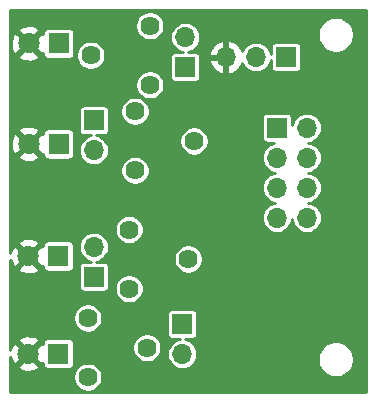
<source format=gbr>
G04 #@! TF.GenerationSoftware,KiCad,Pcbnew,(5.1.4)-1*
G04 #@! TF.CreationDate,2020-02-16T08:15:49-07:00*
G04 #@! TF.ProjectId,LightGate,4c696768-7447-4617-9465-2e6b69636164,rev?*
G04 #@! TF.SameCoordinates,PX52f83c0PY1b5ed60*
G04 #@! TF.FileFunction,Copper,L2,Bot*
G04 #@! TF.FilePolarity,Positive*
%FSLAX46Y46*%
G04 Gerber Fmt 4.6, Leading zero omitted, Abs format (unit mm)*
G04 Created by KiCad (PCBNEW (5.1.4)-1) date 2020-02-16 08:15:49*
%MOMM*%
%LPD*%
G04 APERTURE LIST*
%ADD10C,1.620000*%
%ADD11O,1.700000X1.700000*%
%ADD12R,1.700000X1.700000*%
%ADD13C,1.800000*%
%ADD14R,1.800000X1.800000*%
%ADD15C,0.800000*%
%ADD16C,0.254000*%
G04 APERTURE END LIST*
D10*
X7000000Y6700000D03*
X12000000Y4200000D03*
X7000000Y1700000D03*
D11*
X15000000Y3660000D03*
D12*
X15000000Y6200000D03*
D11*
X7500000Y12740000D03*
D12*
X7500000Y10200000D03*
D11*
X15250000Y30490000D03*
D12*
X15250000Y27950000D03*
D11*
X7500000Y20910000D03*
D12*
X7500000Y23450000D03*
D11*
X25540000Y15200000D03*
X23000000Y15200000D03*
X25540000Y17740000D03*
X23000000Y17740000D03*
X25540000Y20280000D03*
X23000000Y20280000D03*
X25540000Y22820000D03*
D12*
X23000000Y22820000D03*
D10*
X12250000Y26450000D03*
X7250000Y28950000D03*
X12250000Y31450000D03*
X10500000Y14200000D03*
X15500000Y11700000D03*
X10500000Y9200000D03*
X11000000Y24200000D03*
X16000000Y21700000D03*
X11000000Y19200000D03*
D13*
X1960000Y3700000D03*
D14*
X4500000Y3700000D03*
D13*
X2000000Y29950000D03*
D14*
X4540000Y29950000D03*
D13*
X1960000Y11950000D03*
D14*
X4500000Y11950000D03*
D13*
X2000000Y21450000D03*
D14*
X4540000Y21450000D03*
D11*
X18700000Y28800000D03*
X21240000Y28800000D03*
D12*
X23780000Y28800000D03*
D15*
X2750000Y14450000D03*
X2750000Y17950000D03*
X7250000Y4450000D03*
X28500000Y12200000D03*
X28000000Y27450000D03*
D16*
G36*
X30548001Y452000D02*
G01*
X452000Y452000D01*
X452000Y1821834D01*
X5763000Y1821834D01*
X5763000Y1578166D01*
X5810538Y1339181D01*
X5903785Y1114061D01*
X6039160Y911459D01*
X6211459Y739160D01*
X6414061Y603785D01*
X6639181Y510538D01*
X6878166Y463000D01*
X7121834Y463000D01*
X7360819Y510538D01*
X7585939Y603785D01*
X7788541Y739160D01*
X7960840Y911459D01*
X8096215Y1114061D01*
X8189462Y1339181D01*
X8237000Y1578166D01*
X8237000Y1821834D01*
X8189462Y2060819D01*
X8096215Y2285939D01*
X7960840Y2488541D01*
X7788541Y2660840D01*
X7585939Y2796215D01*
X7360819Y2889462D01*
X7121834Y2937000D01*
X6878166Y2937000D01*
X6639181Y2889462D01*
X6414061Y2796215D01*
X6211459Y2660840D01*
X6039160Y2488541D01*
X5903785Y2285939D01*
X5810538Y2060819D01*
X5763000Y1821834D01*
X452000Y1821834D01*
X452000Y2635920D01*
X1075525Y2635920D01*
X1159208Y2381739D01*
X1431775Y2250842D01*
X1724642Y2175635D01*
X2026553Y2159009D01*
X2325907Y2201603D01*
X2611199Y2301778D01*
X2760792Y2381739D01*
X2844475Y2635920D01*
X1960000Y3520395D01*
X1075525Y2635920D01*
X452000Y2635920D01*
X452000Y3401584D01*
X461603Y3334093D01*
X561778Y3048801D01*
X641739Y2899208D01*
X895920Y2815525D01*
X1780395Y3700000D01*
X2139605Y3700000D01*
X3024080Y2815525D01*
X3170934Y2863873D01*
X3170934Y2800000D01*
X3179178Y2716293D01*
X3203595Y2635804D01*
X3243245Y2561624D01*
X3296605Y2496605D01*
X3361624Y2443245D01*
X3435804Y2403595D01*
X3516293Y2379178D01*
X3600000Y2370934D01*
X5400000Y2370934D01*
X5483707Y2379178D01*
X5564196Y2403595D01*
X5638376Y2443245D01*
X5703395Y2496605D01*
X5756755Y2561624D01*
X5796405Y2635804D01*
X5820822Y2716293D01*
X5829066Y2800000D01*
X5829066Y4321834D01*
X10763000Y4321834D01*
X10763000Y4078166D01*
X10810538Y3839181D01*
X10903785Y3614061D01*
X11039160Y3411459D01*
X11211459Y3239160D01*
X11414061Y3103785D01*
X11639181Y3010538D01*
X11878166Y2963000D01*
X12121834Y2963000D01*
X12360819Y3010538D01*
X12585939Y3103785D01*
X12788541Y3239160D01*
X12960840Y3411459D01*
X13096215Y3614061D01*
X13115243Y3660000D01*
X13716822Y3660000D01*
X13741478Y3409664D01*
X13814498Y3168949D01*
X13933076Y2947104D01*
X14092656Y2752656D01*
X14287104Y2593076D01*
X14508949Y2474498D01*
X14749664Y2401478D01*
X14937274Y2383000D01*
X15062726Y2383000D01*
X15250336Y2401478D01*
X15491051Y2474498D01*
X15712896Y2593076D01*
X15907344Y2752656D01*
X16066924Y2947104D01*
X16185502Y3168949D01*
X16240543Y3350396D01*
X26473000Y3350396D01*
X26473000Y3049604D01*
X26531681Y2754590D01*
X26646790Y2476694D01*
X26813901Y2226594D01*
X27026594Y2013901D01*
X27276694Y1846790D01*
X27554590Y1731681D01*
X27849604Y1673000D01*
X28150396Y1673000D01*
X28445410Y1731681D01*
X28723306Y1846790D01*
X28973406Y2013901D01*
X29186099Y2226594D01*
X29353210Y2476694D01*
X29468319Y2754590D01*
X29527000Y3049604D01*
X29527000Y3350396D01*
X29468319Y3645410D01*
X29353210Y3923306D01*
X29186099Y4173406D01*
X28973406Y4386099D01*
X28723306Y4553210D01*
X28445410Y4668319D01*
X28150396Y4727000D01*
X27849604Y4727000D01*
X27554590Y4668319D01*
X27276694Y4553210D01*
X27026594Y4386099D01*
X26813901Y4173406D01*
X26646790Y3923306D01*
X26531681Y3645410D01*
X26473000Y3350396D01*
X16240543Y3350396D01*
X16258522Y3409664D01*
X16283178Y3660000D01*
X16258522Y3910336D01*
X16185502Y4151051D01*
X16066924Y4372896D01*
X15907344Y4567344D01*
X15712896Y4726924D01*
X15491051Y4845502D01*
X15250336Y4918522D01*
X15225847Y4920934D01*
X15850000Y4920934D01*
X15933707Y4929178D01*
X16014196Y4953595D01*
X16088376Y4993245D01*
X16153395Y5046605D01*
X16206755Y5111624D01*
X16246405Y5185804D01*
X16270822Y5266293D01*
X16279066Y5350000D01*
X16279066Y7050000D01*
X16270822Y7133707D01*
X16246405Y7214196D01*
X16206755Y7288376D01*
X16153395Y7353395D01*
X16088376Y7406755D01*
X16014196Y7446405D01*
X15933707Y7470822D01*
X15850000Y7479066D01*
X14150000Y7479066D01*
X14066293Y7470822D01*
X13985804Y7446405D01*
X13911624Y7406755D01*
X13846605Y7353395D01*
X13793245Y7288376D01*
X13753595Y7214196D01*
X13729178Y7133707D01*
X13720934Y7050000D01*
X13720934Y5350000D01*
X13729178Y5266293D01*
X13753595Y5185804D01*
X13793245Y5111624D01*
X13846605Y5046605D01*
X13911624Y4993245D01*
X13985804Y4953595D01*
X14066293Y4929178D01*
X14150000Y4920934D01*
X14774153Y4920934D01*
X14749664Y4918522D01*
X14508949Y4845502D01*
X14287104Y4726924D01*
X14092656Y4567344D01*
X13933076Y4372896D01*
X13814498Y4151051D01*
X13741478Y3910336D01*
X13716822Y3660000D01*
X13115243Y3660000D01*
X13189462Y3839181D01*
X13237000Y4078166D01*
X13237000Y4321834D01*
X13189462Y4560819D01*
X13096215Y4785939D01*
X12960840Y4988541D01*
X12788541Y5160840D01*
X12585939Y5296215D01*
X12360819Y5389462D01*
X12121834Y5437000D01*
X11878166Y5437000D01*
X11639181Y5389462D01*
X11414061Y5296215D01*
X11211459Y5160840D01*
X11039160Y4988541D01*
X10903785Y4785939D01*
X10810538Y4560819D01*
X10763000Y4321834D01*
X5829066Y4321834D01*
X5829066Y4600000D01*
X5820822Y4683707D01*
X5796405Y4764196D01*
X5756755Y4838376D01*
X5703395Y4903395D01*
X5638376Y4956755D01*
X5564196Y4996405D01*
X5483707Y5020822D01*
X5400000Y5029066D01*
X3600000Y5029066D01*
X3516293Y5020822D01*
X3435804Y4996405D01*
X3361624Y4956755D01*
X3296605Y4903395D01*
X3243245Y4838376D01*
X3203595Y4764196D01*
X3179178Y4683707D01*
X3170934Y4600000D01*
X3170934Y4536127D01*
X3024080Y4584475D01*
X2139605Y3700000D01*
X1780395Y3700000D01*
X895920Y4584475D01*
X641739Y4500792D01*
X510842Y4228225D01*
X452000Y3999086D01*
X452000Y4764080D01*
X1075525Y4764080D01*
X1960000Y3879605D01*
X2844475Y4764080D01*
X2760792Y5018261D01*
X2488225Y5149158D01*
X2195358Y5224365D01*
X1893447Y5240991D01*
X1594093Y5198397D01*
X1308801Y5098222D01*
X1159208Y5018261D01*
X1075525Y4764080D01*
X452000Y4764080D01*
X452000Y6821834D01*
X5763000Y6821834D01*
X5763000Y6578166D01*
X5810538Y6339181D01*
X5903785Y6114061D01*
X6039160Y5911459D01*
X6211459Y5739160D01*
X6414061Y5603785D01*
X6639181Y5510538D01*
X6878166Y5463000D01*
X7121834Y5463000D01*
X7360819Y5510538D01*
X7585939Y5603785D01*
X7788541Y5739160D01*
X7960840Y5911459D01*
X8096215Y6114061D01*
X8189462Y6339181D01*
X8237000Y6578166D01*
X8237000Y6821834D01*
X8189462Y7060819D01*
X8096215Y7285939D01*
X7960840Y7488541D01*
X7788541Y7660840D01*
X7585939Y7796215D01*
X7360819Y7889462D01*
X7121834Y7937000D01*
X6878166Y7937000D01*
X6639181Y7889462D01*
X6414061Y7796215D01*
X6211459Y7660840D01*
X6039160Y7488541D01*
X5903785Y7285939D01*
X5810538Y7060819D01*
X5763000Y6821834D01*
X452000Y6821834D01*
X452000Y10885920D01*
X1075525Y10885920D01*
X1159208Y10631739D01*
X1431775Y10500842D01*
X1724642Y10425635D01*
X2026553Y10409009D01*
X2325907Y10451603D01*
X2611199Y10551778D01*
X2760792Y10631739D01*
X2844475Y10885920D01*
X1960000Y11770395D01*
X1075525Y10885920D01*
X452000Y10885920D01*
X452000Y11651584D01*
X461603Y11584093D01*
X561778Y11298801D01*
X641739Y11149208D01*
X895920Y11065525D01*
X1780395Y11950000D01*
X2139605Y11950000D01*
X3024080Y11065525D01*
X3170934Y11113873D01*
X3170934Y11050000D01*
X3179178Y10966293D01*
X3203595Y10885804D01*
X3243245Y10811624D01*
X3296605Y10746605D01*
X3361624Y10693245D01*
X3435804Y10653595D01*
X3516293Y10629178D01*
X3600000Y10620934D01*
X5400000Y10620934D01*
X5483707Y10629178D01*
X5564196Y10653595D01*
X5638376Y10693245D01*
X5703395Y10746605D01*
X5756755Y10811624D01*
X5796405Y10885804D01*
X5820822Y10966293D01*
X5829066Y11050000D01*
X5829066Y12740000D01*
X6216822Y12740000D01*
X6241478Y12489664D01*
X6314498Y12248949D01*
X6433076Y12027104D01*
X6592656Y11832656D01*
X6787104Y11673076D01*
X7008949Y11554498D01*
X7249664Y11481478D01*
X7274153Y11479066D01*
X6650000Y11479066D01*
X6566293Y11470822D01*
X6485804Y11446405D01*
X6411624Y11406755D01*
X6346605Y11353395D01*
X6293245Y11288376D01*
X6253595Y11214196D01*
X6229178Y11133707D01*
X6220934Y11050000D01*
X6220934Y9350000D01*
X6229178Y9266293D01*
X6253595Y9185804D01*
X6293245Y9111624D01*
X6346605Y9046605D01*
X6411624Y8993245D01*
X6485804Y8953595D01*
X6566293Y8929178D01*
X6650000Y8920934D01*
X8350000Y8920934D01*
X8433707Y8929178D01*
X8514196Y8953595D01*
X8588376Y8993245D01*
X8653395Y9046605D01*
X8706755Y9111624D01*
X8746405Y9185804D01*
X8770822Y9266293D01*
X8776292Y9321834D01*
X9263000Y9321834D01*
X9263000Y9078166D01*
X9310538Y8839181D01*
X9403785Y8614061D01*
X9539160Y8411459D01*
X9711459Y8239160D01*
X9914061Y8103785D01*
X10139181Y8010538D01*
X10378166Y7963000D01*
X10621834Y7963000D01*
X10860819Y8010538D01*
X11085939Y8103785D01*
X11288541Y8239160D01*
X11460840Y8411459D01*
X11596215Y8614061D01*
X11689462Y8839181D01*
X11737000Y9078166D01*
X11737000Y9321834D01*
X11689462Y9560819D01*
X11596215Y9785939D01*
X11460840Y9988541D01*
X11288541Y10160840D01*
X11085939Y10296215D01*
X10860819Y10389462D01*
X10621834Y10437000D01*
X10378166Y10437000D01*
X10139181Y10389462D01*
X9914061Y10296215D01*
X9711459Y10160840D01*
X9539160Y9988541D01*
X9403785Y9785939D01*
X9310538Y9560819D01*
X9263000Y9321834D01*
X8776292Y9321834D01*
X8779066Y9350000D01*
X8779066Y11050000D01*
X8770822Y11133707D01*
X8746405Y11214196D01*
X8706755Y11288376D01*
X8653395Y11353395D01*
X8588376Y11406755D01*
X8514196Y11446405D01*
X8433707Y11470822D01*
X8350000Y11479066D01*
X7725847Y11479066D01*
X7750336Y11481478D01*
X7991051Y11554498D01*
X8212896Y11673076D01*
X8394157Y11821834D01*
X14263000Y11821834D01*
X14263000Y11578166D01*
X14310538Y11339181D01*
X14403785Y11114061D01*
X14539160Y10911459D01*
X14711459Y10739160D01*
X14914061Y10603785D01*
X15139181Y10510538D01*
X15378166Y10463000D01*
X15621834Y10463000D01*
X15860819Y10510538D01*
X16085939Y10603785D01*
X16288541Y10739160D01*
X16460840Y10911459D01*
X16596215Y11114061D01*
X16689462Y11339181D01*
X16737000Y11578166D01*
X16737000Y11821834D01*
X16689462Y12060819D01*
X16596215Y12285939D01*
X16460840Y12488541D01*
X16288541Y12660840D01*
X16085939Y12796215D01*
X15860819Y12889462D01*
X15621834Y12937000D01*
X15378166Y12937000D01*
X15139181Y12889462D01*
X14914061Y12796215D01*
X14711459Y12660840D01*
X14539160Y12488541D01*
X14403785Y12285939D01*
X14310538Y12060819D01*
X14263000Y11821834D01*
X8394157Y11821834D01*
X8407344Y11832656D01*
X8566924Y12027104D01*
X8685502Y12248949D01*
X8758522Y12489664D01*
X8783178Y12740000D01*
X8758522Y12990336D01*
X8685502Y13231051D01*
X8566924Y13452896D01*
X8407344Y13647344D01*
X8212896Y13806924D01*
X7991051Y13925502D01*
X7750336Y13998522D01*
X7562726Y14017000D01*
X7437274Y14017000D01*
X7249664Y13998522D01*
X7008949Y13925502D01*
X6787104Y13806924D01*
X6592656Y13647344D01*
X6433076Y13452896D01*
X6314498Y13231051D01*
X6241478Y12990336D01*
X6216822Y12740000D01*
X5829066Y12740000D01*
X5829066Y12850000D01*
X5820822Y12933707D01*
X5796405Y13014196D01*
X5756755Y13088376D01*
X5703395Y13153395D01*
X5638376Y13206755D01*
X5564196Y13246405D01*
X5483707Y13270822D01*
X5400000Y13279066D01*
X3600000Y13279066D01*
X3516293Y13270822D01*
X3435804Y13246405D01*
X3361624Y13206755D01*
X3296605Y13153395D01*
X3243245Y13088376D01*
X3203595Y13014196D01*
X3179178Y12933707D01*
X3170934Y12850000D01*
X3170934Y12786127D01*
X3024080Y12834475D01*
X2139605Y11950000D01*
X1780395Y11950000D01*
X895920Y12834475D01*
X641739Y12750792D01*
X510842Y12478225D01*
X452000Y12249086D01*
X452000Y13014080D01*
X1075525Y13014080D01*
X1960000Y12129605D01*
X2844475Y13014080D01*
X2760792Y13268261D01*
X2488225Y13399158D01*
X2195358Y13474365D01*
X1893447Y13490991D01*
X1594093Y13448397D01*
X1308801Y13348222D01*
X1159208Y13268261D01*
X1075525Y13014080D01*
X452000Y13014080D01*
X452000Y14321834D01*
X9263000Y14321834D01*
X9263000Y14078166D01*
X9310538Y13839181D01*
X9403785Y13614061D01*
X9539160Y13411459D01*
X9711459Y13239160D01*
X9914061Y13103785D01*
X10139181Y13010538D01*
X10378166Y12963000D01*
X10621834Y12963000D01*
X10860819Y13010538D01*
X11085939Y13103785D01*
X11288541Y13239160D01*
X11460840Y13411459D01*
X11596215Y13614061D01*
X11689462Y13839181D01*
X11737000Y14078166D01*
X11737000Y14321834D01*
X11689462Y14560819D01*
X11596215Y14785939D01*
X11460840Y14988541D01*
X11288541Y15160840D01*
X11085939Y15296215D01*
X10860819Y15389462D01*
X10621834Y15437000D01*
X10378166Y15437000D01*
X10139181Y15389462D01*
X9914061Y15296215D01*
X9711459Y15160840D01*
X9539160Y14988541D01*
X9403785Y14785939D01*
X9310538Y14560819D01*
X9263000Y14321834D01*
X452000Y14321834D01*
X452000Y19321834D01*
X9763000Y19321834D01*
X9763000Y19078166D01*
X9810538Y18839181D01*
X9903785Y18614061D01*
X10039160Y18411459D01*
X10211459Y18239160D01*
X10414061Y18103785D01*
X10639181Y18010538D01*
X10878166Y17963000D01*
X11121834Y17963000D01*
X11360819Y18010538D01*
X11585939Y18103785D01*
X11788541Y18239160D01*
X11960840Y18411459D01*
X12096215Y18614061D01*
X12189462Y18839181D01*
X12237000Y19078166D01*
X12237000Y19321834D01*
X12189462Y19560819D01*
X12096215Y19785939D01*
X11960840Y19988541D01*
X11788541Y20160840D01*
X11610207Y20280000D01*
X21716822Y20280000D01*
X21741478Y20029664D01*
X21814498Y19788949D01*
X21933076Y19567104D01*
X22092656Y19372656D01*
X22287104Y19213076D01*
X22508949Y19094498D01*
X22749664Y19021478D01*
X22866202Y19010000D01*
X22749664Y18998522D01*
X22508949Y18925502D01*
X22287104Y18806924D01*
X22092656Y18647344D01*
X21933076Y18452896D01*
X21814498Y18231051D01*
X21741478Y17990336D01*
X21716822Y17740000D01*
X21741478Y17489664D01*
X21814498Y17248949D01*
X21933076Y17027104D01*
X22092656Y16832656D01*
X22287104Y16673076D01*
X22508949Y16554498D01*
X22749664Y16481478D01*
X22866202Y16470000D01*
X22749664Y16458522D01*
X22508949Y16385502D01*
X22287104Y16266924D01*
X22092656Y16107344D01*
X21933076Y15912896D01*
X21814498Y15691051D01*
X21741478Y15450336D01*
X21716822Y15200000D01*
X21741478Y14949664D01*
X21814498Y14708949D01*
X21933076Y14487104D01*
X22092656Y14292656D01*
X22287104Y14133076D01*
X22508949Y14014498D01*
X22749664Y13941478D01*
X22937274Y13923000D01*
X23062726Y13923000D01*
X23250336Y13941478D01*
X23491051Y14014498D01*
X23712896Y14133076D01*
X23907344Y14292656D01*
X24066924Y14487104D01*
X24185502Y14708949D01*
X24258522Y14949664D01*
X24270000Y15066202D01*
X24281478Y14949664D01*
X24354498Y14708949D01*
X24473076Y14487104D01*
X24632656Y14292656D01*
X24827104Y14133076D01*
X25048949Y14014498D01*
X25289664Y13941478D01*
X25477274Y13923000D01*
X25602726Y13923000D01*
X25790336Y13941478D01*
X26031051Y14014498D01*
X26252896Y14133076D01*
X26447344Y14292656D01*
X26606924Y14487104D01*
X26725502Y14708949D01*
X26798522Y14949664D01*
X26823178Y15200000D01*
X26798522Y15450336D01*
X26725502Y15691051D01*
X26606924Y15912896D01*
X26447344Y16107344D01*
X26252896Y16266924D01*
X26031051Y16385502D01*
X25790336Y16458522D01*
X25673798Y16470000D01*
X25790336Y16481478D01*
X26031051Y16554498D01*
X26252896Y16673076D01*
X26447344Y16832656D01*
X26606924Y17027104D01*
X26725502Y17248949D01*
X26798522Y17489664D01*
X26823178Y17740000D01*
X26798522Y17990336D01*
X26725502Y18231051D01*
X26606924Y18452896D01*
X26447344Y18647344D01*
X26252896Y18806924D01*
X26031051Y18925502D01*
X25790336Y18998522D01*
X25673798Y19010000D01*
X25790336Y19021478D01*
X26031051Y19094498D01*
X26252896Y19213076D01*
X26447344Y19372656D01*
X26606924Y19567104D01*
X26725502Y19788949D01*
X26798522Y20029664D01*
X26823178Y20280000D01*
X26798522Y20530336D01*
X26725502Y20771051D01*
X26606924Y20992896D01*
X26447344Y21187344D01*
X26252896Y21346924D01*
X26031051Y21465502D01*
X25790336Y21538522D01*
X25673798Y21550000D01*
X25790336Y21561478D01*
X26031051Y21634498D01*
X26252896Y21753076D01*
X26447344Y21912656D01*
X26606924Y22107104D01*
X26725502Y22328949D01*
X26798522Y22569664D01*
X26823178Y22820000D01*
X26798522Y23070336D01*
X26725502Y23311051D01*
X26606924Y23532896D01*
X26447344Y23727344D01*
X26252896Y23886924D01*
X26031051Y24005502D01*
X25790336Y24078522D01*
X25602726Y24097000D01*
X25477274Y24097000D01*
X25289664Y24078522D01*
X25048949Y24005502D01*
X24827104Y23886924D01*
X24632656Y23727344D01*
X24473076Y23532896D01*
X24354498Y23311051D01*
X24281478Y23070336D01*
X24279066Y23045847D01*
X24279066Y23670000D01*
X24270822Y23753707D01*
X24246405Y23834196D01*
X24206755Y23908376D01*
X24153395Y23973395D01*
X24088376Y24026755D01*
X24014196Y24066405D01*
X23933707Y24090822D01*
X23850000Y24099066D01*
X22150000Y24099066D01*
X22066293Y24090822D01*
X21985804Y24066405D01*
X21911624Y24026755D01*
X21846605Y23973395D01*
X21793245Y23908376D01*
X21753595Y23834196D01*
X21729178Y23753707D01*
X21720934Y23670000D01*
X21720934Y21970000D01*
X21729178Y21886293D01*
X21753595Y21805804D01*
X21793245Y21731624D01*
X21846605Y21666605D01*
X21911624Y21613245D01*
X21985804Y21573595D01*
X22066293Y21549178D01*
X22150000Y21540934D01*
X22774153Y21540934D01*
X22749664Y21538522D01*
X22508949Y21465502D01*
X22287104Y21346924D01*
X22092656Y21187344D01*
X21933076Y20992896D01*
X21814498Y20771051D01*
X21741478Y20530336D01*
X21716822Y20280000D01*
X11610207Y20280000D01*
X11585939Y20296215D01*
X11360819Y20389462D01*
X11121834Y20437000D01*
X10878166Y20437000D01*
X10639181Y20389462D01*
X10414061Y20296215D01*
X10211459Y20160840D01*
X10039160Y19988541D01*
X9903785Y19785939D01*
X9810538Y19560819D01*
X9763000Y19321834D01*
X452000Y19321834D01*
X452000Y20385920D01*
X1115525Y20385920D01*
X1199208Y20131739D01*
X1471775Y20000842D01*
X1764642Y19925635D01*
X2066553Y19909009D01*
X2365907Y19951603D01*
X2651199Y20051778D01*
X2800792Y20131739D01*
X2884475Y20385920D01*
X2000000Y21270395D01*
X1115525Y20385920D01*
X452000Y20385920D01*
X452000Y21383447D01*
X459009Y21383447D01*
X501603Y21084093D01*
X601778Y20798801D01*
X681739Y20649208D01*
X935920Y20565525D01*
X1820395Y21450000D01*
X2179605Y21450000D01*
X3064080Y20565525D01*
X3210934Y20613873D01*
X3210934Y20550000D01*
X3219178Y20466293D01*
X3243595Y20385804D01*
X3283245Y20311624D01*
X3336605Y20246605D01*
X3401624Y20193245D01*
X3475804Y20153595D01*
X3556293Y20129178D01*
X3640000Y20120934D01*
X5440000Y20120934D01*
X5523707Y20129178D01*
X5604196Y20153595D01*
X5678376Y20193245D01*
X5743395Y20246605D01*
X5796755Y20311624D01*
X5836405Y20385804D01*
X5860822Y20466293D01*
X5869066Y20550000D01*
X5869066Y20910000D01*
X6216822Y20910000D01*
X6241478Y20659664D01*
X6314498Y20418949D01*
X6433076Y20197104D01*
X6592656Y20002656D01*
X6787104Y19843076D01*
X7008949Y19724498D01*
X7249664Y19651478D01*
X7437274Y19633000D01*
X7562726Y19633000D01*
X7750336Y19651478D01*
X7991051Y19724498D01*
X8212896Y19843076D01*
X8407344Y20002656D01*
X8566924Y20197104D01*
X8685502Y20418949D01*
X8758522Y20659664D01*
X8783178Y20910000D01*
X8758522Y21160336D01*
X8685502Y21401051D01*
X8566924Y21622896D01*
X8407344Y21817344D01*
X8401873Y21821834D01*
X14763000Y21821834D01*
X14763000Y21578166D01*
X14810538Y21339181D01*
X14903785Y21114061D01*
X15039160Y20911459D01*
X15211459Y20739160D01*
X15414061Y20603785D01*
X15639181Y20510538D01*
X15878166Y20463000D01*
X16121834Y20463000D01*
X16360819Y20510538D01*
X16585939Y20603785D01*
X16788541Y20739160D01*
X16960840Y20911459D01*
X17096215Y21114061D01*
X17189462Y21339181D01*
X17237000Y21578166D01*
X17237000Y21821834D01*
X17189462Y22060819D01*
X17096215Y22285939D01*
X16960840Y22488541D01*
X16788541Y22660840D01*
X16585939Y22796215D01*
X16360819Y22889462D01*
X16121834Y22937000D01*
X15878166Y22937000D01*
X15639181Y22889462D01*
X15414061Y22796215D01*
X15211459Y22660840D01*
X15039160Y22488541D01*
X14903785Y22285939D01*
X14810538Y22060819D01*
X14763000Y21821834D01*
X8401873Y21821834D01*
X8212896Y21976924D01*
X7991051Y22095502D01*
X7750336Y22168522D01*
X7725847Y22170934D01*
X8350000Y22170934D01*
X8433707Y22179178D01*
X8514196Y22203595D01*
X8588376Y22243245D01*
X8653395Y22296605D01*
X8706755Y22361624D01*
X8746405Y22435804D01*
X8770822Y22516293D01*
X8779066Y22600000D01*
X8779066Y24300000D01*
X8776916Y24321834D01*
X9763000Y24321834D01*
X9763000Y24078166D01*
X9810538Y23839181D01*
X9903785Y23614061D01*
X10039160Y23411459D01*
X10211459Y23239160D01*
X10414061Y23103785D01*
X10639181Y23010538D01*
X10878166Y22963000D01*
X11121834Y22963000D01*
X11360819Y23010538D01*
X11585939Y23103785D01*
X11788541Y23239160D01*
X11960840Y23411459D01*
X12096215Y23614061D01*
X12189462Y23839181D01*
X12237000Y24078166D01*
X12237000Y24321834D01*
X12189462Y24560819D01*
X12096215Y24785939D01*
X11960840Y24988541D01*
X11788541Y25160840D01*
X11585939Y25296215D01*
X11360819Y25389462D01*
X11121834Y25437000D01*
X10878166Y25437000D01*
X10639181Y25389462D01*
X10414061Y25296215D01*
X10211459Y25160840D01*
X10039160Y24988541D01*
X9903785Y24785939D01*
X9810538Y24560819D01*
X9763000Y24321834D01*
X8776916Y24321834D01*
X8770822Y24383707D01*
X8746405Y24464196D01*
X8706755Y24538376D01*
X8653395Y24603395D01*
X8588376Y24656755D01*
X8514196Y24696405D01*
X8433707Y24720822D01*
X8350000Y24729066D01*
X6650000Y24729066D01*
X6566293Y24720822D01*
X6485804Y24696405D01*
X6411624Y24656755D01*
X6346605Y24603395D01*
X6293245Y24538376D01*
X6253595Y24464196D01*
X6229178Y24383707D01*
X6220934Y24300000D01*
X6220934Y22600000D01*
X6229178Y22516293D01*
X6253595Y22435804D01*
X6293245Y22361624D01*
X6346605Y22296605D01*
X6411624Y22243245D01*
X6485804Y22203595D01*
X6566293Y22179178D01*
X6650000Y22170934D01*
X7274153Y22170934D01*
X7249664Y22168522D01*
X7008949Y22095502D01*
X6787104Y21976924D01*
X6592656Y21817344D01*
X6433076Y21622896D01*
X6314498Y21401051D01*
X6241478Y21160336D01*
X6216822Y20910000D01*
X5869066Y20910000D01*
X5869066Y22350000D01*
X5860822Y22433707D01*
X5836405Y22514196D01*
X5796755Y22588376D01*
X5743395Y22653395D01*
X5678376Y22706755D01*
X5604196Y22746405D01*
X5523707Y22770822D01*
X5440000Y22779066D01*
X3640000Y22779066D01*
X3556293Y22770822D01*
X3475804Y22746405D01*
X3401624Y22706755D01*
X3336605Y22653395D01*
X3283245Y22588376D01*
X3243595Y22514196D01*
X3219178Y22433707D01*
X3210934Y22350000D01*
X3210934Y22286127D01*
X3064080Y22334475D01*
X2179605Y21450000D01*
X1820395Y21450000D01*
X935920Y22334475D01*
X681739Y22250792D01*
X550842Y21978225D01*
X475635Y21685358D01*
X459009Y21383447D01*
X452000Y21383447D01*
X452000Y22514080D01*
X1115525Y22514080D01*
X2000000Y21629605D01*
X2884475Y22514080D01*
X2800792Y22768261D01*
X2528225Y22899158D01*
X2235358Y22974365D01*
X1933447Y22990991D01*
X1634093Y22948397D01*
X1348801Y22848222D01*
X1199208Y22768261D01*
X1115525Y22514080D01*
X452000Y22514080D01*
X452000Y26571834D01*
X11013000Y26571834D01*
X11013000Y26328166D01*
X11060538Y26089181D01*
X11153785Y25864061D01*
X11289160Y25661459D01*
X11461459Y25489160D01*
X11664061Y25353785D01*
X11889181Y25260538D01*
X12128166Y25213000D01*
X12371834Y25213000D01*
X12610819Y25260538D01*
X12835939Y25353785D01*
X13038541Y25489160D01*
X13210840Y25661459D01*
X13346215Y25864061D01*
X13439462Y26089181D01*
X13487000Y26328166D01*
X13487000Y26571834D01*
X13439462Y26810819D01*
X13346215Y27035939D01*
X13210840Y27238541D01*
X13038541Y27410840D01*
X12835939Y27546215D01*
X12610819Y27639462D01*
X12371834Y27687000D01*
X12128166Y27687000D01*
X11889181Y27639462D01*
X11664061Y27546215D01*
X11461459Y27410840D01*
X11289160Y27238541D01*
X11153785Y27035939D01*
X11060538Y26810819D01*
X11013000Y26571834D01*
X452000Y26571834D01*
X452000Y28885920D01*
X1115525Y28885920D01*
X1199208Y28631739D01*
X1471775Y28500842D01*
X1764642Y28425635D01*
X2066553Y28409009D01*
X2365907Y28451603D01*
X2651199Y28551778D01*
X2800792Y28631739D01*
X2884475Y28885920D01*
X2000000Y29770395D01*
X1115525Y28885920D01*
X452000Y28885920D01*
X452000Y29883447D01*
X459009Y29883447D01*
X501603Y29584093D01*
X601778Y29298801D01*
X681739Y29149208D01*
X935920Y29065525D01*
X1820395Y29950000D01*
X2179605Y29950000D01*
X3064080Y29065525D01*
X3210934Y29113873D01*
X3210934Y29050000D01*
X3219178Y28966293D01*
X3243595Y28885804D01*
X3283245Y28811624D01*
X3336605Y28746605D01*
X3401624Y28693245D01*
X3475804Y28653595D01*
X3556293Y28629178D01*
X3640000Y28620934D01*
X5440000Y28620934D01*
X5523707Y28629178D01*
X5604196Y28653595D01*
X5678376Y28693245D01*
X5743395Y28746605D01*
X5796755Y28811624D01*
X5836405Y28885804D01*
X5860822Y28966293D01*
X5869066Y29050000D01*
X5869066Y29071834D01*
X6013000Y29071834D01*
X6013000Y28828166D01*
X6060538Y28589181D01*
X6153785Y28364061D01*
X6289160Y28161459D01*
X6461459Y27989160D01*
X6664061Y27853785D01*
X6889181Y27760538D01*
X7128166Y27713000D01*
X7371834Y27713000D01*
X7610819Y27760538D01*
X7835939Y27853785D01*
X8038541Y27989160D01*
X8210840Y28161459D01*
X8346215Y28364061D01*
X8439462Y28589181D01*
X8487000Y28828166D01*
X8487000Y29071834D01*
X8439462Y29310819D01*
X8346215Y29535939D01*
X8210840Y29738541D01*
X8038541Y29910840D01*
X7835939Y30046215D01*
X7610819Y30139462D01*
X7371834Y30187000D01*
X7128166Y30187000D01*
X6889181Y30139462D01*
X6664061Y30046215D01*
X6461459Y29910840D01*
X6289160Y29738541D01*
X6153785Y29535939D01*
X6060538Y29310819D01*
X6013000Y29071834D01*
X5869066Y29071834D01*
X5869066Y30850000D01*
X5860822Y30933707D01*
X5836405Y31014196D01*
X5796755Y31088376D01*
X5743395Y31153395D01*
X5678376Y31206755D01*
X5604196Y31246405D01*
X5523707Y31270822D01*
X5440000Y31279066D01*
X3640000Y31279066D01*
X3556293Y31270822D01*
X3475804Y31246405D01*
X3401624Y31206755D01*
X3336605Y31153395D01*
X3283245Y31088376D01*
X3243595Y31014196D01*
X3219178Y30933707D01*
X3210934Y30850000D01*
X3210934Y30786127D01*
X3064080Y30834475D01*
X2179605Y29950000D01*
X1820395Y29950000D01*
X935920Y30834475D01*
X681739Y30750792D01*
X550842Y30478225D01*
X475635Y30185358D01*
X459009Y29883447D01*
X452000Y29883447D01*
X452000Y31014080D01*
X1115525Y31014080D01*
X2000000Y30129605D01*
X2884475Y31014080D01*
X2800792Y31268261D01*
X2528225Y31399158D01*
X2235358Y31474365D01*
X1933447Y31490991D01*
X1634093Y31448397D01*
X1348801Y31348222D01*
X1199208Y31268261D01*
X1115525Y31014080D01*
X452000Y31014080D01*
X452000Y31571834D01*
X11013000Y31571834D01*
X11013000Y31328166D01*
X11060538Y31089181D01*
X11153785Y30864061D01*
X11289160Y30661459D01*
X11461459Y30489160D01*
X11664061Y30353785D01*
X11889181Y30260538D01*
X12128166Y30213000D01*
X12371834Y30213000D01*
X12610819Y30260538D01*
X12835939Y30353785D01*
X13038541Y30489160D01*
X13039381Y30490000D01*
X13966822Y30490000D01*
X13991478Y30239664D01*
X14064498Y29998949D01*
X14183076Y29777104D01*
X14342656Y29582656D01*
X14537104Y29423076D01*
X14758949Y29304498D01*
X14999664Y29231478D01*
X15024153Y29229066D01*
X14400000Y29229066D01*
X14316293Y29220822D01*
X14235804Y29196405D01*
X14161624Y29156755D01*
X14096605Y29103395D01*
X14043245Y29038376D01*
X14003595Y28964196D01*
X13979178Y28883707D01*
X13970934Y28800000D01*
X13970934Y27100000D01*
X13979178Y27016293D01*
X14003595Y26935804D01*
X14043245Y26861624D01*
X14096605Y26796605D01*
X14161624Y26743245D01*
X14235804Y26703595D01*
X14316293Y26679178D01*
X14400000Y26670934D01*
X16100000Y26670934D01*
X16183707Y26679178D01*
X16264196Y26703595D01*
X16338376Y26743245D01*
X16403395Y26796605D01*
X16456755Y26861624D01*
X16496405Y26935804D01*
X16520822Y27016293D01*
X16529066Y27100000D01*
X16529066Y28443109D01*
X17258519Y28443109D01*
X17355843Y28168748D01*
X17504822Y27918645D01*
X17699731Y27702412D01*
X17933080Y27528359D01*
X18195901Y27403175D01*
X18343110Y27358524D01*
X18573000Y27479845D01*
X18573000Y28673000D01*
X17379186Y28673000D01*
X17258519Y28443109D01*
X16529066Y28443109D01*
X16529066Y28800000D01*
X16520822Y28883707D01*
X16496405Y28964196D01*
X16456755Y29038376D01*
X16403395Y29103395D01*
X16338376Y29156755D01*
X16338122Y29156891D01*
X17258519Y29156891D01*
X17379186Y28927000D01*
X18573000Y28927000D01*
X18573000Y30120155D01*
X18827000Y30120155D01*
X18827000Y28927000D01*
X18847000Y28927000D01*
X18847000Y28673000D01*
X18827000Y28673000D01*
X18827000Y27479845D01*
X19056890Y27358524D01*
X19204099Y27403175D01*
X19466920Y27528359D01*
X19700269Y27702412D01*
X19895178Y27918645D01*
X20044157Y28168748D01*
X20078176Y28264650D01*
X20173076Y28087104D01*
X20332656Y27892656D01*
X20527104Y27733076D01*
X20748949Y27614498D01*
X20989664Y27541478D01*
X21177274Y27523000D01*
X21302726Y27523000D01*
X21490336Y27541478D01*
X21731051Y27614498D01*
X21952896Y27733076D01*
X22147344Y27892656D01*
X22306924Y28087104D01*
X22425502Y28308949D01*
X22498522Y28549664D01*
X22500934Y28574153D01*
X22500934Y27950000D01*
X22509178Y27866293D01*
X22533595Y27785804D01*
X22573245Y27711624D01*
X22626605Y27646605D01*
X22691624Y27593245D01*
X22765804Y27553595D01*
X22846293Y27529178D01*
X22930000Y27520934D01*
X24630000Y27520934D01*
X24713707Y27529178D01*
X24794196Y27553595D01*
X24868376Y27593245D01*
X24933395Y27646605D01*
X24986755Y27711624D01*
X25026405Y27785804D01*
X25050822Y27866293D01*
X25059066Y27950000D01*
X25059066Y29650000D01*
X25050822Y29733707D01*
X25026405Y29814196D01*
X24986755Y29888376D01*
X24933395Y29953395D01*
X24868376Y30006755D01*
X24794196Y30046405D01*
X24713707Y30070822D01*
X24630000Y30079066D01*
X22930000Y30079066D01*
X22846293Y30070822D01*
X22765804Y30046405D01*
X22691624Y30006755D01*
X22626605Y29953395D01*
X22573245Y29888376D01*
X22533595Y29814196D01*
X22509178Y29733707D01*
X22500934Y29650000D01*
X22500934Y29025847D01*
X22498522Y29050336D01*
X22425502Y29291051D01*
X22306924Y29512896D01*
X22147344Y29707344D01*
X21952896Y29866924D01*
X21731051Y29985502D01*
X21490336Y30058522D01*
X21302726Y30077000D01*
X21177274Y30077000D01*
X20989664Y30058522D01*
X20748949Y29985502D01*
X20527104Y29866924D01*
X20332656Y29707344D01*
X20173076Y29512896D01*
X20078176Y29335350D01*
X20044157Y29431252D01*
X19895178Y29681355D01*
X19700269Y29897588D01*
X19466920Y30071641D01*
X19204099Y30196825D01*
X19056890Y30241476D01*
X18827000Y30120155D01*
X18573000Y30120155D01*
X18343110Y30241476D01*
X18195901Y30196825D01*
X17933080Y30071641D01*
X17699731Y29897588D01*
X17504822Y29681355D01*
X17355843Y29431252D01*
X17258519Y29156891D01*
X16338122Y29156891D01*
X16264196Y29196405D01*
X16183707Y29220822D01*
X16100000Y29229066D01*
X15475847Y29229066D01*
X15500336Y29231478D01*
X15741051Y29304498D01*
X15962896Y29423076D01*
X16157344Y29582656D01*
X16316924Y29777104D01*
X16435502Y29998949D01*
X16508522Y30239664D01*
X16533178Y30490000D01*
X16508522Y30740336D01*
X16475136Y30850396D01*
X26473000Y30850396D01*
X26473000Y30549604D01*
X26531681Y30254590D01*
X26646790Y29976694D01*
X26813901Y29726594D01*
X27026594Y29513901D01*
X27276694Y29346790D01*
X27554590Y29231681D01*
X27849604Y29173000D01*
X28150396Y29173000D01*
X28445410Y29231681D01*
X28723306Y29346790D01*
X28973406Y29513901D01*
X29186099Y29726594D01*
X29353210Y29976694D01*
X29468319Y30254590D01*
X29527000Y30549604D01*
X29527000Y30850396D01*
X29468319Y31145410D01*
X29353210Y31423306D01*
X29186099Y31673406D01*
X28973406Y31886099D01*
X28723306Y32053210D01*
X28445410Y32168319D01*
X28150396Y32227000D01*
X27849604Y32227000D01*
X27554590Y32168319D01*
X27276694Y32053210D01*
X27026594Y31886099D01*
X26813901Y31673406D01*
X26646790Y31423306D01*
X26531681Y31145410D01*
X26473000Y30850396D01*
X16475136Y30850396D01*
X16435502Y30981051D01*
X16316924Y31202896D01*
X16157344Y31397344D01*
X15962896Y31556924D01*
X15741051Y31675502D01*
X15500336Y31748522D01*
X15312726Y31767000D01*
X15187274Y31767000D01*
X14999664Y31748522D01*
X14758949Y31675502D01*
X14537104Y31556924D01*
X14342656Y31397344D01*
X14183076Y31202896D01*
X14064498Y30981051D01*
X13991478Y30740336D01*
X13966822Y30490000D01*
X13039381Y30490000D01*
X13210840Y30661459D01*
X13346215Y30864061D01*
X13439462Y31089181D01*
X13487000Y31328166D01*
X13487000Y31571834D01*
X13439462Y31810819D01*
X13346215Y32035939D01*
X13210840Y32238541D01*
X13038541Y32410840D01*
X12835939Y32546215D01*
X12610819Y32639462D01*
X12371834Y32687000D01*
X12128166Y32687000D01*
X11889181Y32639462D01*
X11664061Y32546215D01*
X11461459Y32410840D01*
X11289160Y32238541D01*
X11153785Y32035939D01*
X11060538Y31810819D01*
X11013000Y31571834D01*
X452000Y31571834D01*
X452000Y32748000D01*
X30548000Y32748000D01*
X30548001Y452000D01*
X30548001Y452000D01*
G37*
X30548001Y452000D02*
X452000Y452000D01*
X452000Y1821834D01*
X5763000Y1821834D01*
X5763000Y1578166D01*
X5810538Y1339181D01*
X5903785Y1114061D01*
X6039160Y911459D01*
X6211459Y739160D01*
X6414061Y603785D01*
X6639181Y510538D01*
X6878166Y463000D01*
X7121834Y463000D01*
X7360819Y510538D01*
X7585939Y603785D01*
X7788541Y739160D01*
X7960840Y911459D01*
X8096215Y1114061D01*
X8189462Y1339181D01*
X8237000Y1578166D01*
X8237000Y1821834D01*
X8189462Y2060819D01*
X8096215Y2285939D01*
X7960840Y2488541D01*
X7788541Y2660840D01*
X7585939Y2796215D01*
X7360819Y2889462D01*
X7121834Y2937000D01*
X6878166Y2937000D01*
X6639181Y2889462D01*
X6414061Y2796215D01*
X6211459Y2660840D01*
X6039160Y2488541D01*
X5903785Y2285939D01*
X5810538Y2060819D01*
X5763000Y1821834D01*
X452000Y1821834D01*
X452000Y2635920D01*
X1075525Y2635920D01*
X1159208Y2381739D01*
X1431775Y2250842D01*
X1724642Y2175635D01*
X2026553Y2159009D01*
X2325907Y2201603D01*
X2611199Y2301778D01*
X2760792Y2381739D01*
X2844475Y2635920D01*
X1960000Y3520395D01*
X1075525Y2635920D01*
X452000Y2635920D01*
X452000Y3401584D01*
X461603Y3334093D01*
X561778Y3048801D01*
X641739Y2899208D01*
X895920Y2815525D01*
X1780395Y3700000D01*
X2139605Y3700000D01*
X3024080Y2815525D01*
X3170934Y2863873D01*
X3170934Y2800000D01*
X3179178Y2716293D01*
X3203595Y2635804D01*
X3243245Y2561624D01*
X3296605Y2496605D01*
X3361624Y2443245D01*
X3435804Y2403595D01*
X3516293Y2379178D01*
X3600000Y2370934D01*
X5400000Y2370934D01*
X5483707Y2379178D01*
X5564196Y2403595D01*
X5638376Y2443245D01*
X5703395Y2496605D01*
X5756755Y2561624D01*
X5796405Y2635804D01*
X5820822Y2716293D01*
X5829066Y2800000D01*
X5829066Y4321834D01*
X10763000Y4321834D01*
X10763000Y4078166D01*
X10810538Y3839181D01*
X10903785Y3614061D01*
X11039160Y3411459D01*
X11211459Y3239160D01*
X11414061Y3103785D01*
X11639181Y3010538D01*
X11878166Y2963000D01*
X12121834Y2963000D01*
X12360819Y3010538D01*
X12585939Y3103785D01*
X12788541Y3239160D01*
X12960840Y3411459D01*
X13096215Y3614061D01*
X13115243Y3660000D01*
X13716822Y3660000D01*
X13741478Y3409664D01*
X13814498Y3168949D01*
X13933076Y2947104D01*
X14092656Y2752656D01*
X14287104Y2593076D01*
X14508949Y2474498D01*
X14749664Y2401478D01*
X14937274Y2383000D01*
X15062726Y2383000D01*
X15250336Y2401478D01*
X15491051Y2474498D01*
X15712896Y2593076D01*
X15907344Y2752656D01*
X16066924Y2947104D01*
X16185502Y3168949D01*
X16240543Y3350396D01*
X26473000Y3350396D01*
X26473000Y3049604D01*
X26531681Y2754590D01*
X26646790Y2476694D01*
X26813901Y2226594D01*
X27026594Y2013901D01*
X27276694Y1846790D01*
X27554590Y1731681D01*
X27849604Y1673000D01*
X28150396Y1673000D01*
X28445410Y1731681D01*
X28723306Y1846790D01*
X28973406Y2013901D01*
X29186099Y2226594D01*
X29353210Y2476694D01*
X29468319Y2754590D01*
X29527000Y3049604D01*
X29527000Y3350396D01*
X29468319Y3645410D01*
X29353210Y3923306D01*
X29186099Y4173406D01*
X28973406Y4386099D01*
X28723306Y4553210D01*
X28445410Y4668319D01*
X28150396Y4727000D01*
X27849604Y4727000D01*
X27554590Y4668319D01*
X27276694Y4553210D01*
X27026594Y4386099D01*
X26813901Y4173406D01*
X26646790Y3923306D01*
X26531681Y3645410D01*
X26473000Y3350396D01*
X16240543Y3350396D01*
X16258522Y3409664D01*
X16283178Y3660000D01*
X16258522Y3910336D01*
X16185502Y4151051D01*
X16066924Y4372896D01*
X15907344Y4567344D01*
X15712896Y4726924D01*
X15491051Y4845502D01*
X15250336Y4918522D01*
X15225847Y4920934D01*
X15850000Y4920934D01*
X15933707Y4929178D01*
X16014196Y4953595D01*
X16088376Y4993245D01*
X16153395Y5046605D01*
X16206755Y5111624D01*
X16246405Y5185804D01*
X16270822Y5266293D01*
X16279066Y5350000D01*
X16279066Y7050000D01*
X16270822Y7133707D01*
X16246405Y7214196D01*
X16206755Y7288376D01*
X16153395Y7353395D01*
X16088376Y7406755D01*
X16014196Y7446405D01*
X15933707Y7470822D01*
X15850000Y7479066D01*
X14150000Y7479066D01*
X14066293Y7470822D01*
X13985804Y7446405D01*
X13911624Y7406755D01*
X13846605Y7353395D01*
X13793245Y7288376D01*
X13753595Y7214196D01*
X13729178Y7133707D01*
X13720934Y7050000D01*
X13720934Y5350000D01*
X13729178Y5266293D01*
X13753595Y5185804D01*
X13793245Y5111624D01*
X13846605Y5046605D01*
X13911624Y4993245D01*
X13985804Y4953595D01*
X14066293Y4929178D01*
X14150000Y4920934D01*
X14774153Y4920934D01*
X14749664Y4918522D01*
X14508949Y4845502D01*
X14287104Y4726924D01*
X14092656Y4567344D01*
X13933076Y4372896D01*
X13814498Y4151051D01*
X13741478Y3910336D01*
X13716822Y3660000D01*
X13115243Y3660000D01*
X13189462Y3839181D01*
X13237000Y4078166D01*
X13237000Y4321834D01*
X13189462Y4560819D01*
X13096215Y4785939D01*
X12960840Y4988541D01*
X12788541Y5160840D01*
X12585939Y5296215D01*
X12360819Y5389462D01*
X12121834Y5437000D01*
X11878166Y5437000D01*
X11639181Y5389462D01*
X11414061Y5296215D01*
X11211459Y5160840D01*
X11039160Y4988541D01*
X10903785Y4785939D01*
X10810538Y4560819D01*
X10763000Y4321834D01*
X5829066Y4321834D01*
X5829066Y4600000D01*
X5820822Y4683707D01*
X5796405Y4764196D01*
X5756755Y4838376D01*
X5703395Y4903395D01*
X5638376Y4956755D01*
X5564196Y4996405D01*
X5483707Y5020822D01*
X5400000Y5029066D01*
X3600000Y5029066D01*
X3516293Y5020822D01*
X3435804Y4996405D01*
X3361624Y4956755D01*
X3296605Y4903395D01*
X3243245Y4838376D01*
X3203595Y4764196D01*
X3179178Y4683707D01*
X3170934Y4600000D01*
X3170934Y4536127D01*
X3024080Y4584475D01*
X2139605Y3700000D01*
X1780395Y3700000D01*
X895920Y4584475D01*
X641739Y4500792D01*
X510842Y4228225D01*
X452000Y3999086D01*
X452000Y4764080D01*
X1075525Y4764080D01*
X1960000Y3879605D01*
X2844475Y4764080D01*
X2760792Y5018261D01*
X2488225Y5149158D01*
X2195358Y5224365D01*
X1893447Y5240991D01*
X1594093Y5198397D01*
X1308801Y5098222D01*
X1159208Y5018261D01*
X1075525Y4764080D01*
X452000Y4764080D01*
X452000Y6821834D01*
X5763000Y6821834D01*
X5763000Y6578166D01*
X5810538Y6339181D01*
X5903785Y6114061D01*
X6039160Y5911459D01*
X6211459Y5739160D01*
X6414061Y5603785D01*
X6639181Y5510538D01*
X6878166Y5463000D01*
X7121834Y5463000D01*
X7360819Y5510538D01*
X7585939Y5603785D01*
X7788541Y5739160D01*
X7960840Y5911459D01*
X8096215Y6114061D01*
X8189462Y6339181D01*
X8237000Y6578166D01*
X8237000Y6821834D01*
X8189462Y7060819D01*
X8096215Y7285939D01*
X7960840Y7488541D01*
X7788541Y7660840D01*
X7585939Y7796215D01*
X7360819Y7889462D01*
X7121834Y7937000D01*
X6878166Y7937000D01*
X6639181Y7889462D01*
X6414061Y7796215D01*
X6211459Y7660840D01*
X6039160Y7488541D01*
X5903785Y7285939D01*
X5810538Y7060819D01*
X5763000Y6821834D01*
X452000Y6821834D01*
X452000Y10885920D01*
X1075525Y10885920D01*
X1159208Y10631739D01*
X1431775Y10500842D01*
X1724642Y10425635D01*
X2026553Y10409009D01*
X2325907Y10451603D01*
X2611199Y10551778D01*
X2760792Y10631739D01*
X2844475Y10885920D01*
X1960000Y11770395D01*
X1075525Y10885920D01*
X452000Y10885920D01*
X452000Y11651584D01*
X461603Y11584093D01*
X561778Y11298801D01*
X641739Y11149208D01*
X895920Y11065525D01*
X1780395Y11950000D01*
X2139605Y11950000D01*
X3024080Y11065525D01*
X3170934Y11113873D01*
X3170934Y11050000D01*
X3179178Y10966293D01*
X3203595Y10885804D01*
X3243245Y10811624D01*
X3296605Y10746605D01*
X3361624Y10693245D01*
X3435804Y10653595D01*
X3516293Y10629178D01*
X3600000Y10620934D01*
X5400000Y10620934D01*
X5483707Y10629178D01*
X5564196Y10653595D01*
X5638376Y10693245D01*
X5703395Y10746605D01*
X5756755Y10811624D01*
X5796405Y10885804D01*
X5820822Y10966293D01*
X5829066Y11050000D01*
X5829066Y12740000D01*
X6216822Y12740000D01*
X6241478Y12489664D01*
X6314498Y12248949D01*
X6433076Y12027104D01*
X6592656Y11832656D01*
X6787104Y11673076D01*
X7008949Y11554498D01*
X7249664Y11481478D01*
X7274153Y11479066D01*
X6650000Y11479066D01*
X6566293Y11470822D01*
X6485804Y11446405D01*
X6411624Y11406755D01*
X6346605Y11353395D01*
X6293245Y11288376D01*
X6253595Y11214196D01*
X6229178Y11133707D01*
X6220934Y11050000D01*
X6220934Y9350000D01*
X6229178Y9266293D01*
X6253595Y9185804D01*
X6293245Y9111624D01*
X6346605Y9046605D01*
X6411624Y8993245D01*
X6485804Y8953595D01*
X6566293Y8929178D01*
X6650000Y8920934D01*
X8350000Y8920934D01*
X8433707Y8929178D01*
X8514196Y8953595D01*
X8588376Y8993245D01*
X8653395Y9046605D01*
X8706755Y9111624D01*
X8746405Y9185804D01*
X8770822Y9266293D01*
X8776292Y9321834D01*
X9263000Y9321834D01*
X9263000Y9078166D01*
X9310538Y8839181D01*
X9403785Y8614061D01*
X9539160Y8411459D01*
X9711459Y8239160D01*
X9914061Y8103785D01*
X10139181Y8010538D01*
X10378166Y7963000D01*
X10621834Y7963000D01*
X10860819Y8010538D01*
X11085939Y8103785D01*
X11288541Y8239160D01*
X11460840Y8411459D01*
X11596215Y8614061D01*
X11689462Y8839181D01*
X11737000Y9078166D01*
X11737000Y9321834D01*
X11689462Y9560819D01*
X11596215Y9785939D01*
X11460840Y9988541D01*
X11288541Y10160840D01*
X11085939Y10296215D01*
X10860819Y10389462D01*
X10621834Y10437000D01*
X10378166Y10437000D01*
X10139181Y10389462D01*
X9914061Y10296215D01*
X9711459Y10160840D01*
X9539160Y9988541D01*
X9403785Y9785939D01*
X9310538Y9560819D01*
X9263000Y9321834D01*
X8776292Y9321834D01*
X8779066Y9350000D01*
X8779066Y11050000D01*
X8770822Y11133707D01*
X8746405Y11214196D01*
X8706755Y11288376D01*
X8653395Y11353395D01*
X8588376Y11406755D01*
X8514196Y11446405D01*
X8433707Y11470822D01*
X8350000Y11479066D01*
X7725847Y11479066D01*
X7750336Y11481478D01*
X7991051Y11554498D01*
X8212896Y11673076D01*
X8394157Y11821834D01*
X14263000Y11821834D01*
X14263000Y11578166D01*
X14310538Y11339181D01*
X14403785Y11114061D01*
X14539160Y10911459D01*
X14711459Y10739160D01*
X14914061Y10603785D01*
X15139181Y10510538D01*
X15378166Y10463000D01*
X15621834Y10463000D01*
X15860819Y10510538D01*
X16085939Y10603785D01*
X16288541Y10739160D01*
X16460840Y10911459D01*
X16596215Y11114061D01*
X16689462Y11339181D01*
X16737000Y11578166D01*
X16737000Y11821834D01*
X16689462Y12060819D01*
X16596215Y12285939D01*
X16460840Y12488541D01*
X16288541Y12660840D01*
X16085939Y12796215D01*
X15860819Y12889462D01*
X15621834Y12937000D01*
X15378166Y12937000D01*
X15139181Y12889462D01*
X14914061Y12796215D01*
X14711459Y12660840D01*
X14539160Y12488541D01*
X14403785Y12285939D01*
X14310538Y12060819D01*
X14263000Y11821834D01*
X8394157Y11821834D01*
X8407344Y11832656D01*
X8566924Y12027104D01*
X8685502Y12248949D01*
X8758522Y12489664D01*
X8783178Y12740000D01*
X8758522Y12990336D01*
X8685502Y13231051D01*
X8566924Y13452896D01*
X8407344Y13647344D01*
X8212896Y13806924D01*
X7991051Y13925502D01*
X7750336Y13998522D01*
X7562726Y14017000D01*
X7437274Y14017000D01*
X7249664Y13998522D01*
X7008949Y13925502D01*
X6787104Y13806924D01*
X6592656Y13647344D01*
X6433076Y13452896D01*
X6314498Y13231051D01*
X6241478Y12990336D01*
X6216822Y12740000D01*
X5829066Y12740000D01*
X5829066Y12850000D01*
X5820822Y12933707D01*
X5796405Y13014196D01*
X5756755Y13088376D01*
X5703395Y13153395D01*
X5638376Y13206755D01*
X5564196Y13246405D01*
X5483707Y13270822D01*
X5400000Y13279066D01*
X3600000Y13279066D01*
X3516293Y13270822D01*
X3435804Y13246405D01*
X3361624Y13206755D01*
X3296605Y13153395D01*
X3243245Y13088376D01*
X3203595Y13014196D01*
X3179178Y12933707D01*
X3170934Y12850000D01*
X3170934Y12786127D01*
X3024080Y12834475D01*
X2139605Y11950000D01*
X1780395Y11950000D01*
X895920Y12834475D01*
X641739Y12750792D01*
X510842Y12478225D01*
X452000Y12249086D01*
X452000Y13014080D01*
X1075525Y13014080D01*
X1960000Y12129605D01*
X2844475Y13014080D01*
X2760792Y13268261D01*
X2488225Y13399158D01*
X2195358Y13474365D01*
X1893447Y13490991D01*
X1594093Y13448397D01*
X1308801Y13348222D01*
X1159208Y13268261D01*
X1075525Y13014080D01*
X452000Y13014080D01*
X452000Y14321834D01*
X9263000Y14321834D01*
X9263000Y14078166D01*
X9310538Y13839181D01*
X9403785Y13614061D01*
X9539160Y13411459D01*
X9711459Y13239160D01*
X9914061Y13103785D01*
X10139181Y13010538D01*
X10378166Y12963000D01*
X10621834Y12963000D01*
X10860819Y13010538D01*
X11085939Y13103785D01*
X11288541Y13239160D01*
X11460840Y13411459D01*
X11596215Y13614061D01*
X11689462Y13839181D01*
X11737000Y14078166D01*
X11737000Y14321834D01*
X11689462Y14560819D01*
X11596215Y14785939D01*
X11460840Y14988541D01*
X11288541Y15160840D01*
X11085939Y15296215D01*
X10860819Y15389462D01*
X10621834Y15437000D01*
X10378166Y15437000D01*
X10139181Y15389462D01*
X9914061Y15296215D01*
X9711459Y15160840D01*
X9539160Y14988541D01*
X9403785Y14785939D01*
X9310538Y14560819D01*
X9263000Y14321834D01*
X452000Y14321834D01*
X452000Y19321834D01*
X9763000Y19321834D01*
X9763000Y19078166D01*
X9810538Y18839181D01*
X9903785Y18614061D01*
X10039160Y18411459D01*
X10211459Y18239160D01*
X10414061Y18103785D01*
X10639181Y18010538D01*
X10878166Y17963000D01*
X11121834Y17963000D01*
X11360819Y18010538D01*
X11585939Y18103785D01*
X11788541Y18239160D01*
X11960840Y18411459D01*
X12096215Y18614061D01*
X12189462Y18839181D01*
X12237000Y19078166D01*
X12237000Y19321834D01*
X12189462Y19560819D01*
X12096215Y19785939D01*
X11960840Y19988541D01*
X11788541Y20160840D01*
X11610207Y20280000D01*
X21716822Y20280000D01*
X21741478Y20029664D01*
X21814498Y19788949D01*
X21933076Y19567104D01*
X22092656Y19372656D01*
X22287104Y19213076D01*
X22508949Y19094498D01*
X22749664Y19021478D01*
X22866202Y19010000D01*
X22749664Y18998522D01*
X22508949Y18925502D01*
X22287104Y18806924D01*
X22092656Y18647344D01*
X21933076Y18452896D01*
X21814498Y18231051D01*
X21741478Y17990336D01*
X21716822Y17740000D01*
X21741478Y17489664D01*
X21814498Y17248949D01*
X21933076Y17027104D01*
X22092656Y16832656D01*
X22287104Y16673076D01*
X22508949Y16554498D01*
X22749664Y16481478D01*
X22866202Y16470000D01*
X22749664Y16458522D01*
X22508949Y16385502D01*
X22287104Y16266924D01*
X22092656Y16107344D01*
X21933076Y15912896D01*
X21814498Y15691051D01*
X21741478Y15450336D01*
X21716822Y15200000D01*
X21741478Y14949664D01*
X21814498Y14708949D01*
X21933076Y14487104D01*
X22092656Y14292656D01*
X22287104Y14133076D01*
X22508949Y14014498D01*
X22749664Y13941478D01*
X22937274Y13923000D01*
X23062726Y13923000D01*
X23250336Y13941478D01*
X23491051Y14014498D01*
X23712896Y14133076D01*
X23907344Y14292656D01*
X24066924Y14487104D01*
X24185502Y14708949D01*
X24258522Y14949664D01*
X24270000Y15066202D01*
X24281478Y14949664D01*
X24354498Y14708949D01*
X24473076Y14487104D01*
X24632656Y14292656D01*
X24827104Y14133076D01*
X25048949Y14014498D01*
X25289664Y13941478D01*
X25477274Y13923000D01*
X25602726Y13923000D01*
X25790336Y13941478D01*
X26031051Y14014498D01*
X26252896Y14133076D01*
X26447344Y14292656D01*
X26606924Y14487104D01*
X26725502Y14708949D01*
X26798522Y14949664D01*
X26823178Y15200000D01*
X26798522Y15450336D01*
X26725502Y15691051D01*
X26606924Y15912896D01*
X26447344Y16107344D01*
X26252896Y16266924D01*
X26031051Y16385502D01*
X25790336Y16458522D01*
X25673798Y16470000D01*
X25790336Y16481478D01*
X26031051Y16554498D01*
X26252896Y16673076D01*
X26447344Y16832656D01*
X26606924Y17027104D01*
X26725502Y17248949D01*
X26798522Y17489664D01*
X26823178Y17740000D01*
X26798522Y17990336D01*
X26725502Y18231051D01*
X26606924Y18452896D01*
X26447344Y18647344D01*
X26252896Y18806924D01*
X26031051Y18925502D01*
X25790336Y18998522D01*
X25673798Y19010000D01*
X25790336Y19021478D01*
X26031051Y19094498D01*
X26252896Y19213076D01*
X26447344Y19372656D01*
X26606924Y19567104D01*
X26725502Y19788949D01*
X26798522Y20029664D01*
X26823178Y20280000D01*
X26798522Y20530336D01*
X26725502Y20771051D01*
X26606924Y20992896D01*
X26447344Y21187344D01*
X26252896Y21346924D01*
X26031051Y21465502D01*
X25790336Y21538522D01*
X25673798Y21550000D01*
X25790336Y21561478D01*
X26031051Y21634498D01*
X26252896Y21753076D01*
X26447344Y21912656D01*
X26606924Y22107104D01*
X26725502Y22328949D01*
X26798522Y22569664D01*
X26823178Y22820000D01*
X26798522Y23070336D01*
X26725502Y23311051D01*
X26606924Y23532896D01*
X26447344Y23727344D01*
X26252896Y23886924D01*
X26031051Y24005502D01*
X25790336Y24078522D01*
X25602726Y24097000D01*
X25477274Y24097000D01*
X25289664Y24078522D01*
X25048949Y24005502D01*
X24827104Y23886924D01*
X24632656Y23727344D01*
X24473076Y23532896D01*
X24354498Y23311051D01*
X24281478Y23070336D01*
X24279066Y23045847D01*
X24279066Y23670000D01*
X24270822Y23753707D01*
X24246405Y23834196D01*
X24206755Y23908376D01*
X24153395Y23973395D01*
X24088376Y24026755D01*
X24014196Y24066405D01*
X23933707Y24090822D01*
X23850000Y24099066D01*
X22150000Y24099066D01*
X22066293Y24090822D01*
X21985804Y24066405D01*
X21911624Y24026755D01*
X21846605Y23973395D01*
X21793245Y23908376D01*
X21753595Y23834196D01*
X21729178Y23753707D01*
X21720934Y23670000D01*
X21720934Y21970000D01*
X21729178Y21886293D01*
X21753595Y21805804D01*
X21793245Y21731624D01*
X21846605Y21666605D01*
X21911624Y21613245D01*
X21985804Y21573595D01*
X22066293Y21549178D01*
X22150000Y21540934D01*
X22774153Y21540934D01*
X22749664Y21538522D01*
X22508949Y21465502D01*
X22287104Y21346924D01*
X22092656Y21187344D01*
X21933076Y20992896D01*
X21814498Y20771051D01*
X21741478Y20530336D01*
X21716822Y20280000D01*
X11610207Y20280000D01*
X11585939Y20296215D01*
X11360819Y20389462D01*
X11121834Y20437000D01*
X10878166Y20437000D01*
X10639181Y20389462D01*
X10414061Y20296215D01*
X10211459Y20160840D01*
X10039160Y19988541D01*
X9903785Y19785939D01*
X9810538Y19560819D01*
X9763000Y19321834D01*
X452000Y19321834D01*
X452000Y20385920D01*
X1115525Y20385920D01*
X1199208Y20131739D01*
X1471775Y20000842D01*
X1764642Y19925635D01*
X2066553Y19909009D01*
X2365907Y19951603D01*
X2651199Y20051778D01*
X2800792Y20131739D01*
X2884475Y20385920D01*
X2000000Y21270395D01*
X1115525Y20385920D01*
X452000Y20385920D01*
X452000Y21383447D01*
X459009Y21383447D01*
X501603Y21084093D01*
X601778Y20798801D01*
X681739Y20649208D01*
X935920Y20565525D01*
X1820395Y21450000D01*
X2179605Y21450000D01*
X3064080Y20565525D01*
X3210934Y20613873D01*
X3210934Y20550000D01*
X3219178Y20466293D01*
X3243595Y20385804D01*
X3283245Y20311624D01*
X3336605Y20246605D01*
X3401624Y20193245D01*
X3475804Y20153595D01*
X3556293Y20129178D01*
X3640000Y20120934D01*
X5440000Y20120934D01*
X5523707Y20129178D01*
X5604196Y20153595D01*
X5678376Y20193245D01*
X5743395Y20246605D01*
X5796755Y20311624D01*
X5836405Y20385804D01*
X5860822Y20466293D01*
X5869066Y20550000D01*
X5869066Y20910000D01*
X6216822Y20910000D01*
X6241478Y20659664D01*
X6314498Y20418949D01*
X6433076Y20197104D01*
X6592656Y20002656D01*
X6787104Y19843076D01*
X7008949Y19724498D01*
X7249664Y19651478D01*
X7437274Y19633000D01*
X7562726Y19633000D01*
X7750336Y19651478D01*
X7991051Y19724498D01*
X8212896Y19843076D01*
X8407344Y20002656D01*
X8566924Y20197104D01*
X8685502Y20418949D01*
X8758522Y20659664D01*
X8783178Y20910000D01*
X8758522Y21160336D01*
X8685502Y21401051D01*
X8566924Y21622896D01*
X8407344Y21817344D01*
X8401873Y21821834D01*
X14763000Y21821834D01*
X14763000Y21578166D01*
X14810538Y21339181D01*
X14903785Y21114061D01*
X15039160Y20911459D01*
X15211459Y20739160D01*
X15414061Y20603785D01*
X15639181Y20510538D01*
X15878166Y20463000D01*
X16121834Y20463000D01*
X16360819Y20510538D01*
X16585939Y20603785D01*
X16788541Y20739160D01*
X16960840Y20911459D01*
X17096215Y21114061D01*
X17189462Y21339181D01*
X17237000Y21578166D01*
X17237000Y21821834D01*
X17189462Y22060819D01*
X17096215Y22285939D01*
X16960840Y22488541D01*
X16788541Y22660840D01*
X16585939Y22796215D01*
X16360819Y22889462D01*
X16121834Y22937000D01*
X15878166Y22937000D01*
X15639181Y22889462D01*
X15414061Y22796215D01*
X15211459Y22660840D01*
X15039160Y22488541D01*
X14903785Y22285939D01*
X14810538Y22060819D01*
X14763000Y21821834D01*
X8401873Y21821834D01*
X8212896Y21976924D01*
X7991051Y22095502D01*
X7750336Y22168522D01*
X7725847Y22170934D01*
X8350000Y22170934D01*
X8433707Y22179178D01*
X8514196Y22203595D01*
X8588376Y22243245D01*
X8653395Y22296605D01*
X8706755Y22361624D01*
X8746405Y22435804D01*
X8770822Y22516293D01*
X8779066Y22600000D01*
X8779066Y24300000D01*
X8776916Y24321834D01*
X9763000Y24321834D01*
X9763000Y24078166D01*
X9810538Y23839181D01*
X9903785Y23614061D01*
X10039160Y23411459D01*
X10211459Y23239160D01*
X10414061Y23103785D01*
X10639181Y23010538D01*
X10878166Y22963000D01*
X11121834Y22963000D01*
X11360819Y23010538D01*
X11585939Y23103785D01*
X11788541Y23239160D01*
X11960840Y23411459D01*
X12096215Y23614061D01*
X12189462Y23839181D01*
X12237000Y24078166D01*
X12237000Y24321834D01*
X12189462Y24560819D01*
X12096215Y24785939D01*
X11960840Y24988541D01*
X11788541Y25160840D01*
X11585939Y25296215D01*
X11360819Y25389462D01*
X11121834Y25437000D01*
X10878166Y25437000D01*
X10639181Y25389462D01*
X10414061Y25296215D01*
X10211459Y25160840D01*
X10039160Y24988541D01*
X9903785Y24785939D01*
X9810538Y24560819D01*
X9763000Y24321834D01*
X8776916Y24321834D01*
X8770822Y24383707D01*
X8746405Y24464196D01*
X8706755Y24538376D01*
X8653395Y24603395D01*
X8588376Y24656755D01*
X8514196Y24696405D01*
X8433707Y24720822D01*
X8350000Y24729066D01*
X6650000Y24729066D01*
X6566293Y24720822D01*
X6485804Y24696405D01*
X6411624Y24656755D01*
X6346605Y24603395D01*
X6293245Y24538376D01*
X6253595Y24464196D01*
X6229178Y24383707D01*
X6220934Y24300000D01*
X6220934Y22600000D01*
X6229178Y22516293D01*
X6253595Y22435804D01*
X6293245Y22361624D01*
X6346605Y22296605D01*
X6411624Y22243245D01*
X6485804Y22203595D01*
X6566293Y22179178D01*
X6650000Y22170934D01*
X7274153Y22170934D01*
X7249664Y22168522D01*
X7008949Y22095502D01*
X6787104Y21976924D01*
X6592656Y21817344D01*
X6433076Y21622896D01*
X6314498Y21401051D01*
X6241478Y21160336D01*
X6216822Y20910000D01*
X5869066Y20910000D01*
X5869066Y22350000D01*
X5860822Y22433707D01*
X5836405Y22514196D01*
X5796755Y22588376D01*
X5743395Y22653395D01*
X5678376Y22706755D01*
X5604196Y22746405D01*
X5523707Y22770822D01*
X5440000Y22779066D01*
X3640000Y22779066D01*
X3556293Y22770822D01*
X3475804Y22746405D01*
X3401624Y22706755D01*
X3336605Y22653395D01*
X3283245Y22588376D01*
X3243595Y22514196D01*
X3219178Y22433707D01*
X3210934Y22350000D01*
X3210934Y22286127D01*
X3064080Y22334475D01*
X2179605Y21450000D01*
X1820395Y21450000D01*
X935920Y22334475D01*
X681739Y22250792D01*
X550842Y21978225D01*
X475635Y21685358D01*
X459009Y21383447D01*
X452000Y21383447D01*
X452000Y22514080D01*
X1115525Y22514080D01*
X2000000Y21629605D01*
X2884475Y22514080D01*
X2800792Y22768261D01*
X2528225Y22899158D01*
X2235358Y22974365D01*
X1933447Y22990991D01*
X1634093Y22948397D01*
X1348801Y22848222D01*
X1199208Y22768261D01*
X1115525Y22514080D01*
X452000Y22514080D01*
X452000Y26571834D01*
X11013000Y26571834D01*
X11013000Y26328166D01*
X11060538Y26089181D01*
X11153785Y25864061D01*
X11289160Y25661459D01*
X11461459Y25489160D01*
X11664061Y25353785D01*
X11889181Y25260538D01*
X12128166Y25213000D01*
X12371834Y25213000D01*
X12610819Y25260538D01*
X12835939Y25353785D01*
X13038541Y25489160D01*
X13210840Y25661459D01*
X13346215Y25864061D01*
X13439462Y26089181D01*
X13487000Y26328166D01*
X13487000Y26571834D01*
X13439462Y26810819D01*
X13346215Y27035939D01*
X13210840Y27238541D01*
X13038541Y27410840D01*
X12835939Y27546215D01*
X12610819Y27639462D01*
X12371834Y27687000D01*
X12128166Y27687000D01*
X11889181Y27639462D01*
X11664061Y27546215D01*
X11461459Y27410840D01*
X11289160Y27238541D01*
X11153785Y27035939D01*
X11060538Y26810819D01*
X11013000Y26571834D01*
X452000Y26571834D01*
X452000Y28885920D01*
X1115525Y28885920D01*
X1199208Y28631739D01*
X1471775Y28500842D01*
X1764642Y28425635D01*
X2066553Y28409009D01*
X2365907Y28451603D01*
X2651199Y28551778D01*
X2800792Y28631739D01*
X2884475Y28885920D01*
X2000000Y29770395D01*
X1115525Y28885920D01*
X452000Y28885920D01*
X452000Y29883447D01*
X459009Y29883447D01*
X501603Y29584093D01*
X601778Y29298801D01*
X681739Y29149208D01*
X935920Y29065525D01*
X1820395Y29950000D01*
X2179605Y29950000D01*
X3064080Y29065525D01*
X3210934Y29113873D01*
X3210934Y29050000D01*
X3219178Y28966293D01*
X3243595Y28885804D01*
X3283245Y28811624D01*
X3336605Y28746605D01*
X3401624Y28693245D01*
X3475804Y28653595D01*
X3556293Y28629178D01*
X3640000Y28620934D01*
X5440000Y28620934D01*
X5523707Y28629178D01*
X5604196Y28653595D01*
X5678376Y28693245D01*
X5743395Y28746605D01*
X5796755Y28811624D01*
X5836405Y28885804D01*
X5860822Y28966293D01*
X5869066Y29050000D01*
X5869066Y29071834D01*
X6013000Y29071834D01*
X6013000Y28828166D01*
X6060538Y28589181D01*
X6153785Y28364061D01*
X6289160Y28161459D01*
X6461459Y27989160D01*
X6664061Y27853785D01*
X6889181Y27760538D01*
X7128166Y27713000D01*
X7371834Y27713000D01*
X7610819Y27760538D01*
X7835939Y27853785D01*
X8038541Y27989160D01*
X8210840Y28161459D01*
X8346215Y28364061D01*
X8439462Y28589181D01*
X8487000Y28828166D01*
X8487000Y29071834D01*
X8439462Y29310819D01*
X8346215Y29535939D01*
X8210840Y29738541D01*
X8038541Y29910840D01*
X7835939Y30046215D01*
X7610819Y30139462D01*
X7371834Y30187000D01*
X7128166Y30187000D01*
X6889181Y30139462D01*
X6664061Y30046215D01*
X6461459Y29910840D01*
X6289160Y29738541D01*
X6153785Y29535939D01*
X6060538Y29310819D01*
X6013000Y29071834D01*
X5869066Y29071834D01*
X5869066Y30850000D01*
X5860822Y30933707D01*
X5836405Y31014196D01*
X5796755Y31088376D01*
X5743395Y31153395D01*
X5678376Y31206755D01*
X5604196Y31246405D01*
X5523707Y31270822D01*
X5440000Y31279066D01*
X3640000Y31279066D01*
X3556293Y31270822D01*
X3475804Y31246405D01*
X3401624Y31206755D01*
X3336605Y31153395D01*
X3283245Y31088376D01*
X3243595Y31014196D01*
X3219178Y30933707D01*
X3210934Y30850000D01*
X3210934Y30786127D01*
X3064080Y30834475D01*
X2179605Y29950000D01*
X1820395Y29950000D01*
X935920Y30834475D01*
X681739Y30750792D01*
X550842Y30478225D01*
X475635Y30185358D01*
X459009Y29883447D01*
X452000Y29883447D01*
X452000Y31014080D01*
X1115525Y31014080D01*
X2000000Y30129605D01*
X2884475Y31014080D01*
X2800792Y31268261D01*
X2528225Y31399158D01*
X2235358Y31474365D01*
X1933447Y31490991D01*
X1634093Y31448397D01*
X1348801Y31348222D01*
X1199208Y31268261D01*
X1115525Y31014080D01*
X452000Y31014080D01*
X452000Y31571834D01*
X11013000Y31571834D01*
X11013000Y31328166D01*
X11060538Y31089181D01*
X11153785Y30864061D01*
X11289160Y30661459D01*
X11461459Y30489160D01*
X11664061Y30353785D01*
X11889181Y30260538D01*
X12128166Y30213000D01*
X12371834Y30213000D01*
X12610819Y30260538D01*
X12835939Y30353785D01*
X13038541Y30489160D01*
X13039381Y30490000D01*
X13966822Y30490000D01*
X13991478Y30239664D01*
X14064498Y29998949D01*
X14183076Y29777104D01*
X14342656Y29582656D01*
X14537104Y29423076D01*
X14758949Y29304498D01*
X14999664Y29231478D01*
X15024153Y29229066D01*
X14400000Y29229066D01*
X14316293Y29220822D01*
X14235804Y29196405D01*
X14161624Y29156755D01*
X14096605Y29103395D01*
X14043245Y29038376D01*
X14003595Y28964196D01*
X13979178Y28883707D01*
X13970934Y28800000D01*
X13970934Y27100000D01*
X13979178Y27016293D01*
X14003595Y26935804D01*
X14043245Y26861624D01*
X14096605Y26796605D01*
X14161624Y26743245D01*
X14235804Y26703595D01*
X14316293Y26679178D01*
X14400000Y26670934D01*
X16100000Y26670934D01*
X16183707Y26679178D01*
X16264196Y26703595D01*
X16338376Y26743245D01*
X16403395Y26796605D01*
X16456755Y26861624D01*
X16496405Y26935804D01*
X16520822Y27016293D01*
X16529066Y27100000D01*
X16529066Y28443109D01*
X17258519Y28443109D01*
X17355843Y28168748D01*
X17504822Y27918645D01*
X17699731Y27702412D01*
X17933080Y27528359D01*
X18195901Y27403175D01*
X18343110Y27358524D01*
X18573000Y27479845D01*
X18573000Y28673000D01*
X17379186Y28673000D01*
X17258519Y28443109D01*
X16529066Y28443109D01*
X16529066Y28800000D01*
X16520822Y28883707D01*
X16496405Y28964196D01*
X16456755Y29038376D01*
X16403395Y29103395D01*
X16338376Y29156755D01*
X16338122Y29156891D01*
X17258519Y29156891D01*
X17379186Y28927000D01*
X18573000Y28927000D01*
X18573000Y30120155D01*
X18827000Y30120155D01*
X18827000Y28927000D01*
X18847000Y28927000D01*
X18847000Y28673000D01*
X18827000Y28673000D01*
X18827000Y27479845D01*
X19056890Y27358524D01*
X19204099Y27403175D01*
X19466920Y27528359D01*
X19700269Y27702412D01*
X19895178Y27918645D01*
X20044157Y28168748D01*
X20078176Y28264650D01*
X20173076Y28087104D01*
X20332656Y27892656D01*
X20527104Y27733076D01*
X20748949Y27614498D01*
X20989664Y27541478D01*
X21177274Y27523000D01*
X21302726Y27523000D01*
X21490336Y27541478D01*
X21731051Y27614498D01*
X21952896Y27733076D01*
X22147344Y27892656D01*
X22306924Y28087104D01*
X22425502Y28308949D01*
X22498522Y28549664D01*
X22500934Y28574153D01*
X22500934Y27950000D01*
X22509178Y27866293D01*
X22533595Y27785804D01*
X22573245Y27711624D01*
X22626605Y27646605D01*
X22691624Y27593245D01*
X22765804Y27553595D01*
X22846293Y27529178D01*
X22930000Y27520934D01*
X24630000Y27520934D01*
X24713707Y27529178D01*
X24794196Y27553595D01*
X24868376Y27593245D01*
X24933395Y27646605D01*
X24986755Y27711624D01*
X25026405Y27785804D01*
X25050822Y27866293D01*
X25059066Y27950000D01*
X25059066Y29650000D01*
X25050822Y29733707D01*
X25026405Y29814196D01*
X24986755Y29888376D01*
X24933395Y29953395D01*
X24868376Y30006755D01*
X24794196Y30046405D01*
X24713707Y30070822D01*
X24630000Y30079066D01*
X22930000Y30079066D01*
X22846293Y30070822D01*
X22765804Y30046405D01*
X22691624Y30006755D01*
X22626605Y29953395D01*
X22573245Y29888376D01*
X22533595Y29814196D01*
X22509178Y29733707D01*
X22500934Y29650000D01*
X22500934Y29025847D01*
X22498522Y29050336D01*
X22425502Y29291051D01*
X22306924Y29512896D01*
X22147344Y29707344D01*
X21952896Y29866924D01*
X21731051Y29985502D01*
X21490336Y30058522D01*
X21302726Y30077000D01*
X21177274Y30077000D01*
X20989664Y30058522D01*
X20748949Y29985502D01*
X20527104Y29866924D01*
X20332656Y29707344D01*
X20173076Y29512896D01*
X20078176Y29335350D01*
X20044157Y29431252D01*
X19895178Y29681355D01*
X19700269Y29897588D01*
X19466920Y30071641D01*
X19204099Y30196825D01*
X19056890Y30241476D01*
X18827000Y30120155D01*
X18573000Y30120155D01*
X18343110Y30241476D01*
X18195901Y30196825D01*
X17933080Y30071641D01*
X17699731Y29897588D01*
X17504822Y29681355D01*
X17355843Y29431252D01*
X17258519Y29156891D01*
X16338122Y29156891D01*
X16264196Y29196405D01*
X16183707Y29220822D01*
X16100000Y29229066D01*
X15475847Y29229066D01*
X15500336Y29231478D01*
X15741051Y29304498D01*
X15962896Y29423076D01*
X16157344Y29582656D01*
X16316924Y29777104D01*
X16435502Y29998949D01*
X16508522Y30239664D01*
X16533178Y30490000D01*
X16508522Y30740336D01*
X16475136Y30850396D01*
X26473000Y30850396D01*
X26473000Y30549604D01*
X26531681Y30254590D01*
X26646790Y29976694D01*
X26813901Y29726594D01*
X27026594Y29513901D01*
X27276694Y29346790D01*
X27554590Y29231681D01*
X27849604Y29173000D01*
X28150396Y29173000D01*
X28445410Y29231681D01*
X28723306Y29346790D01*
X28973406Y29513901D01*
X29186099Y29726594D01*
X29353210Y29976694D01*
X29468319Y30254590D01*
X29527000Y30549604D01*
X29527000Y30850396D01*
X29468319Y31145410D01*
X29353210Y31423306D01*
X29186099Y31673406D01*
X28973406Y31886099D01*
X28723306Y32053210D01*
X28445410Y32168319D01*
X28150396Y32227000D01*
X27849604Y32227000D01*
X27554590Y32168319D01*
X27276694Y32053210D01*
X27026594Y31886099D01*
X26813901Y31673406D01*
X26646790Y31423306D01*
X26531681Y31145410D01*
X26473000Y30850396D01*
X16475136Y30850396D01*
X16435502Y30981051D01*
X16316924Y31202896D01*
X16157344Y31397344D01*
X15962896Y31556924D01*
X15741051Y31675502D01*
X15500336Y31748522D01*
X15312726Y31767000D01*
X15187274Y31767000D01*
X14999664Y31748522D01*
X14758949Y31675502D01*
X14537104Y31556924D01*
X14342656Y31397344D01*
X14183076Y31202896D01*
X14064498Y30981051D01*
X13991478Y30740336D01*
X13966822Y30490000D01*
X13039381Y30490000D01*
X13210840Y30661459D01*
X13346215Y30864061D01*
X13439462Y31089181D01*
X13487000Y31328166D01*
X13487000Y31571834D01*
X13439462Y31810819D01*
X13346215Y32035939D01*
X13210840Y32238541D01*
X13038541Y32410840D01*
X12835939Y32546215D01*
X12610819Y32639462D01*
X12371834Y32687000D01*
X12128166Y32687000D01*
X11889181Y32639462D01*
X11664061Y32546215D01*
X11461459Y32410840D01*
X11289160Y32238541D01*
X11153785Y32035939D01*
X11060538Y31810819D01*
X11013000Y31571834D01*
X452000Y31571834D01*
X452000Y32748000D01*
X30548000Y32748000D01*
X30548001Y452000D01*
M02*

</source>
